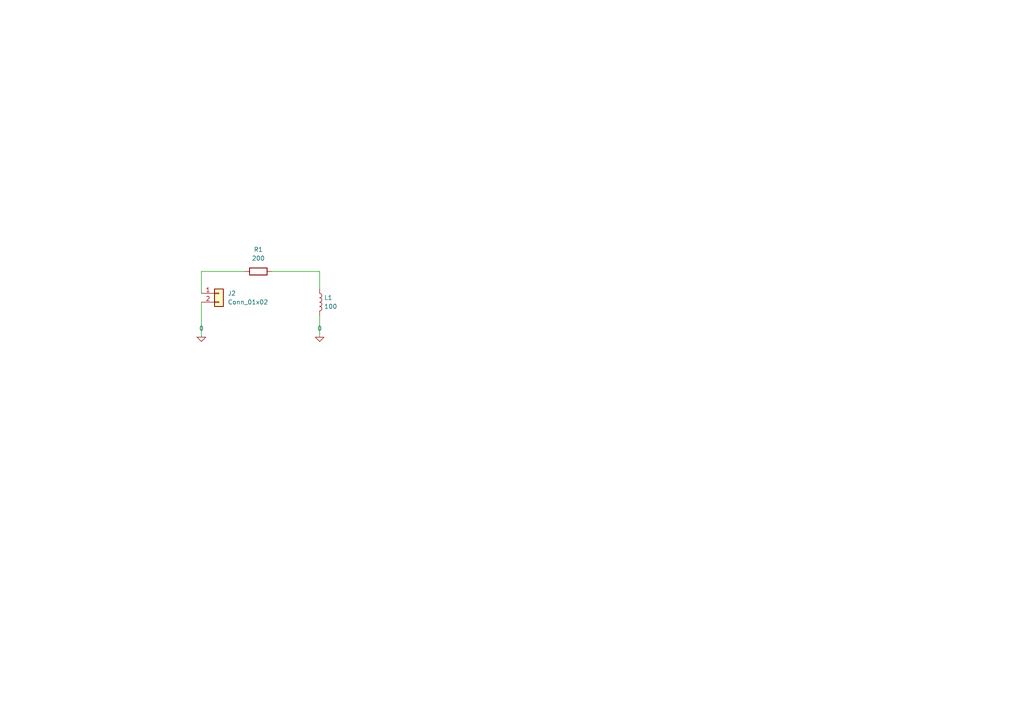
<source format=kicad_sch>
(kicad_sch
	(version 20231120)
	(generator "eeschema")
	(generator_version "8.0")
	(uuid "1cfbf174-8ac0-4cd9-a366-8fa88f13186c")
	(paper "A4")
	(lib_symbols
		(symbol "Connector_Generic:Conn_01x02"
			(pin_names
				(offset 1.016) hide)
			(exclude_from_sim no)
			(in_bom yes)
			(on_board yes)
			(property "Reference" "J"
				(at 0 2.54 0)
				(effects
					(font
						(size 1.27 1.27)
					)
				)
			)
			(property "Value" "Conn_01x02"
				(at 0 -5.08 0)
				(effects
					(font
						(size 1.27 1.27)
					)
				)
			)
			(property "Footprint" ""
				(at 0 0 0)
				(effects
					(font
						(size 1.27 1.27)
					)
					(hide yes)
				)
			)
			(property "Datasheet" "~"
				(at 0 0 0)
				(effects
					(font
						(size 1.27 1.27)
					)
					(hide yes)
				)
			)
			(property "Description" "Generic connector, single row, 01x02, script generated (kicad-library-utils/schlib/autogen/connector/)"
				(at 0 0 0)
				(effects
					(font
						(size 1.27 1.27)
					)
					(hide yes)
				)
			)
			(property "ki_keywords" "connector"
				(at 0 0 0)
				(effects
					(font
						(size 1.27 1.27)
					)
					(hide yes)
				)
			)
			(property "ki_fp_filters" "Connector*:*_1x??_*"
				(at 0 0 0)
				(effects
					(font
						(size 1.27 1.27)
					)
					(hide yes)
				)
			)
			(symbol "Conn_01x02_1_1"
				(rectangle
					(start -1.27 -2.413)
					(end 0 -2.667)
					(stroke
						(width 0.1524)
						(type default)
					)
					(fill
						(type none)
					)
				)
				(rectangle
					(start -1.27 0.127)
					(end 0 -0.127)
					(stroke
						(width 0.1524)
						(type default)
					)
					(fill
						(type none)
					)
				)
				(rectangle
					(start -1.27 1.27)
					(end 1.27 -3.81)
					(stroke
						(width 0.254)
						(type default)
					)
					(fill
						(type background)
					)
				)
				(pin passive line
					(at -5.08 0 0)
					(length 3.81)
					(name "Pin_1"
						(effects
							(font
								(size 1.27 1.27)
							)
						)
					)
					(number "1"
						(effects
							(font
								(size 1.27 1.27)
							)
						)
					)
				)
				(pin passive line
					(at -5.08 -2.54 0)
					(length 3.81)
					(name "Pin_2"
						(effects
							(font
								(size 1.27 1.27)
							)
						)
					)
					(number "2"
						(effects
							(font
								(size 1.27 1.27)
							)
						)
					)
				)
			)
		)
		(symbol "Device:L"
			(pin_numbers hide)
			(pin_names
				(offset 1.016) hide)
			(exclude_from_sim no)
			(in_bom yes)
			(on_board yes)
			(property "Reference" "L"
				(at -1.27 0 90)
				(effects
					(font
						(size 1.27 1.27)
					)
				)
			)
			(property "Value" "L"
				(at 1.905 0 90)
				(effects
					(font
						(size 1.27 1.27)
					)
				)
			)
			(property "Footprint" ""
				(at 0 0 0)
				(effects
					(font
						(size 1.27 1.27)
					)
					(hide yes)
				)
			)
			(property "Datasheet" "~"
				(at 0 0 0)
				(effects
					(font
						(size 1.27 1.27)
					)
					(hide yes)
				)
			)
			(property "Description" "Inductor"
				(at 0 0 0)
				(effects
					(font
						(size 1.27 1.27)
					)
					(hide yes)
				)
			)
			(property "ki_keywords" "inductor choke coil reactor magnetic"
				(at 0 0 0)
				(effects
					(font
						(size 1.27 1.27)
					)
					(hide yes)
				)
			)
			(property "ki_fp_filters" "Choke_* *Coil* Inductor_* L_*"
				(at 0 0 0)
				(effects
					(font
						(size 1.27 1.27)
					)
					(hide yes)
				)
			)
			(symbol "L_0_1"
				(arc
					(start 0 -2.54)
					(mid 0.6323 -1.905)
					(end 0 -1.27)
					(stroke
						(width 0)
						(type default)
					)
					(fill
						(type none)
					)
				)
				(arc
					(start 0 -1.27)
					(mid 0.6323 -0.635)
					(end 0 0)
					(stroke
						(width 0)
						(type default)
					)
					(fill
						(type none)
					)
				)
				(arc
					(start 0 0)
					(mid 0.6323 0.635)
					(end 0 1.27)
					(stroke
						(width 0)
						(type default)
					)
					(fill
						(type none)
					)
				)
				(arc
					(start 0 1.27)
					(mid 0.6323 1.905)
					(end 0 2.54)
					(stroke
						(width 0)
						(type default)
					)
					(fill
						(type none)
					)
				)
			)
			(symbol "L_1_1"
				(pin passive line
					(at 0 3.81 270)
					(length 1.27)
					(name "1"
						(effects
							(font
								(size 1.27 1.27)
							)
						)
					)
					(number "1"
						(effects
							(font
								(size 1.27 1.27)
							)
						)
					)
				)
				(pin passive line
					(at 0 -3.81 90)
					(length 1.27)
					(name "2"
						(effects
							(font
								(size 1.27 1.27)
							)
						)
					)
					(number "2"
						(effects
							(font
								(size 1.27 1.27)
							)
						)
					)
				)
			)
		)
		(symbol "Device:R"
			(pin_numbers hide)
			(pin_names
				(offset 0)
			)
			(exclude_from_sim no)
			(in_bom yes)
			(on_board yes)
			(property "Reference" "R"
				(at 2.032 0 90)
				(effects
					(font
						(size 1.27 1.27)
					)
				)
			)
			(property "Value" "R"
				(at 0 0 90)
				(effects
					(font
						(size 1.27 1.27)
					)
				)
			)
			(property "Footprint" ""
				(at -1.778 0 90)
				(effects
					(font
						(size 1.27 1.27)
					)
					(hide yes)
				)
			)
			(property "Datasheet" "~"
				(at 0 0 0)
				(effects
					(font
						(size 1.27 1.27)
					)
					(hide yes)
				)
			)
			(property "Description" "Resistor"
				(at 0 0 0)
				(effects
					(font
						(size 1.27 1.27)
					)
					(hide yes)
				)
			)
			(property "ki_keywords" "R res resistor"
				(at 0 0 0)
				(effects
					(font
						(size 1.27 1.27)
					)
					(hide yes)
				)
			)
			(property "ki_fp_filters" "R_*"
				(at 0 0 0)
				(effects
					(font
						(size 1.27 1.27)
					)
					(hide yes)
				)
			)
			(symbol "R_0_1"
				(rectangle
					(start -1.016 -2.54)
					(end 1.016 2.54)
					(stroke
						(width 0.254)
						(type default)
					)
					(fill
						(type none)
					)
				)
			)
			(symbol "R_1_1"
				(pin passive line
					(at 0 3.81 270)
					(length 1.27)
					(name "~"
						(effects
							(font
								(size 1.27 1.27)
							)
						)
					)
					(number "1"
						(effects
							(font
								(size 1.27 1.27)
							)
						)
					)
				)
				(pin passive line
					(at 0 -3.81 90)
					(length 1.27)
					(name "~"
						(effects
							(font
								(size 1.27 1.27)
							)
						)
					)
					(number "2"
						(effects
							(font
								(size 1.27 1.27)
							)
						)
					)
				)
			)
		)
		(symbol "Simulation_SPICE:0"
			(power)
			(pin_names
				(offset 0)
			)
			(exclude_from_sim no)
			(in_bom yes)
			(on_board yes)
			(property "Reference" "#GND"
				(at 0 -2.54 0)
				(effects
					(font
						(size 1.27 1.27)
					)
					(hide yes)
				)
			)
			(property "Value" "0"
				(at 0 -1.778 0)
				(effects
					(font
						(size 1.27 1.27)
					)
				)
			)
			(property "Footprint" ""
				(at 0 0 0)
				(effects
					(font
						(size 1.27 1.27)
					)
					(hide yes)
				)
			)
			(property "Datasheet" "~"
				(at 0 0 0)
				(effects
					(font
						(size 1.27 1.27)
					)
					(hide yes)
				)
			)
			(property "Description" "0V reference potential for simulation"
				(at 0 0 0)
				(effects
					(font
						(size 1.27 1.27)
					)
					(hide yes)
				)
			)
			(property "ki_keywords" "simulation"
				(at 0 0 0)
				(effects
					(font
						(size 1.27 1.27)
					)
					(hide yes)
				)
			)
			(symbol "0_0_1"
				(polyline
					(pts
						(xy -1.27 0) (xy 0 -1.27) (xy 1.27 0) (xy -1.27 0)
					)
					(stroke
						(width 0)
						(type default)
					)
					(fill
						(type none)
					)
				)
			)
			(symbol "0_1_1"
				(pin power_in line
					(at 0 0 0)
					(length 0) hide
					(name "0"
						(effects
							(font
								(size 1.016 1.016)
							)
						)
					)
					(number "1"
						(effects
							(font
								(size 1.016 1.016)
							)
						)
					)
				)
			)
		)
	)
	(wire
		(pts
			(xy 92.71 91.44) (xy 92.71 97.79)
		)
		(stroke
			(width 0)
			(type default)
		)
		(uuid "32b333b7-6ead-4d44-96be-6ef396b34f71")
	)
	(wire
		(pts
			(xy 58.42 87.63) (xy 58.42 97.79)
		)
		(stroke
			(width 0)
			(type default)
		)
		(uuid "364d8925-a5e6-4cf3-a7a2-5a8569cfe77c")
	)
	(wire
		(pts
			(xy 58.42 78.74) (xy 71.12 78.74)
		)
		(stroke
			(width 0)
			(type default)
		)
		(uuid "510dea62-a21d-4977-abb2-e2170bbea51a")
	)
	(wire
		(pts
			(xy 58.42 85.09) (xy 58.42 78.74)
		)
		(stroke
			(width 0)
			(type default)
		)
		(uuid "ae274bdb-c54d-406c-8879-98b0d9415844")
	)
	(wire
		(pts
			(xy 92.71 78.74) (xy 92.71 83.82)
		)
		(stroke
			(width 0)
			(type default)
		)
		(uuid "f2c54fb7-7bfc-470e-9479-437ac2a9628b")
	)
	(wire
		(pts
			(xy 78.74 78.74) (xy 92.71 78.74)
		)
		(stroke
			(width 0)
			(type default)
		)
		(uuid "f987f31e-952b-49b7-b12c-7d6300a0566c")
	)
	(symbol
		(lib_id "Device:L")
		(at 92.71 87.63 0)
		(unit 1)
		(exclude_from_sim no)
		(in_bom yes)
		(on_board yes)
		(dnp no)
		(fields_autoplaced yes)
		(uuid "311c237d-7d54-4389-9b68-cc248dc74b07")
		(property "Reference" "L1"
			(at 93.98 86.36 0)
			(effects
				(font
					(size 1.27 1.27)
				)
				(justify left)
			)
		)
		(property "Value" "100"
			(at 93.98 88.9 0)
			(effects
				(font
					(size 1.27 1.27)
				)
				(justify left)
			)
		)
		(property "Footprint" ""
			(at 92.71 87.63 0)
			(effects
				(font
					(size 1.27 1.27)
				)
				(hide yes)
			)
		)
		(property "Datasheet" "~"
			(at 92.71 87.63 0)
			(effects
				(font
					(size 1.27 1.27)
				)
				(hide yes)
			)
		)
		(property "Description" ""
			(at 92.71 87.63 0)
			(effects
				(font
					(size 1.27 1.27)
				)
				(hide yes)
			)
		)
		(pin "1"
			(uuid "1d10811a-5c00-40b3-9675-6f27a9b5b5b0")
		)
		(pin "2"
			(uuid "b83e00e5-4847-4049-8aab-690cdf687a76")
		)
		(instances
			(project "SimulateurRL"
				(path "/1cfbf174-8ac0-4cd9-a366-8fa88f13186c"
					(reference "L1")
					(unit 1)
				)
			)
		)
	)
	(symbol
		(lib_id "Simulation_SPICE:0")
		(at 92.71 97.79 0)
		(unit 1)
		(exclude_from_sim no)
		(in_bom yes)
		(on_board yes)
		(dnp no)
		(fields_autoplaced yes)
		(uuid "489e376c-f27c-4b42-96da-c2341137dd8c")
		(property "Reference" "#GND02"
			(at 92.71 100.33 0)
			(effects
				(font
					(size 1.27 1.27)
				)
				(hide yes)
			)
		)
		(property "Value" "0"
			(at 92.71 95.25 0)
			(effects
				(font
					(size 1.27 1.27)
				)
			)
		)
		(property "Footprint" ""
			(at 92.71 97.79 0)
			(effects
				(font
					(size 1.27 1.27)
				)
				(hide yes)
			)
		)
		(property "Datasheet" "~"
			(at 92.71 97.79 0)
			(effects
				(font
					(size 1.27 1.27)
				)
				(hide yes)
			)
		)
		(property "Description" ""
			(at 92.71 97.79 0)
			(effects
				(font
					(size 1.27 1.27)
				)
				(hide yes)
			)
		)
		(pin "1"
			(uuid "b926a5e2-4371-490e-a483-3194bc43b761")
		)
		(instances
			(project "SimulateurRL"
				(path "/1cfbf174-8ac0-4cd9-a366-8fa88f13186c"
					(reference "#GND02")
					(unit 1)
				)
			)
		)
	)
	(symbol
		(lib_id "Connector_Generic:Conn_01x02")
		(at 63.5 85.09 0)
		(unit 1)
		(exclude_from_sim no)
		(in_bom yes)
		(on_board yes)
		(dnp no)
		(fields_autoplaced yes)
		(uuid "52784941-29ab-4631-9471-290cbe199cd7")
		(property "Reference" "J2"
			(at 66.04 85.09 0)
			(effects
				(font
					(size 1.27 1.27)
				)
				(justify left)
			)
		)
		(property "Value" "Conn_01x02"
			(at 66.04 87.63 0)
			(effects
				(font
					(size 1.27 1.27)
				)
				(justify left)
			)
		)
		(property "Footprint" ""
			(at 63.5 85.09 0)
			(effects
				(font
					(size 1.27 1.27)
				)
				(hide yes)
			)
		)
		(property "Datasheet" "~"
			(at 63.5 85.09 0)
			(effects
				(font
					(size 1.27 1.27)
				)
				(hide yes)
			)
		)
		(property "Description" ""
			(at 63.5 85.09 0)
			(effects
				(font
					(size 1.27 1.27)
				)
				(hide yes)
			)
		)
		(property "Sim.Device" "V"
			(at 63.5 85.09 0)
			(effects
				(font
					(size 1.27 1.27)
				)
				(hide yes)
			)
		)
		(property "Sim.Type" "PULSE"
			(at 63.5 85.09 0)
			(effects
				(font
					(size 1.27 1.27)
				)
				(hide yes)
			)
		)
		(property "Sim.Pins" "1=+ 2=-"
			(at 63.5 85.09 0)
			(effects
				(font
					(size 1.27 1.27)
				)
				(hide yes)
			)
		)
		(property "Sim.Params" "y1=0 y2=5 td=0 tr=0 tf=0 tw=5 per=10"
			(at 63.5 85.09 0)
			(effects
				(font
					(size 1.27 1.27)
				)
				(hide yes)
			)
		)
		(pin "2"
			(uuid "6b95e213-ea13-4b17-af21-3503013dd5c3")
		)
		(pin "1"
			(uuid "8e8177dc-7ada-4619-be81-6494b103cb1d")
		)
		(instances
			(project "SimulateurRL"
				(path "/1cfbf174-8ac0-4cd9-a366-8fa88f13186c"
					(reference "J2")
					(unit 1)
				)
			)
		)
	)
	(symbol
		(lib_id "Device:R")
		(at 74.93 78.74 270)
		(unit 1)
		(exclude_from_sim no)
		(in_bom yes)
		(on_board yes)
		(dnp no)
		(fields_autoplaced yes)
		(uuid "c166aff7-f188-43ec-ba20-e8072e5037f6")
		(property "Reference" "R1"
			(at 74.93 72.39 90)
			(effects
				(font
					(size 1.27 1.27)
				)
			)
		)
		(property "Value" "200"
			(at 74.93 74.93 90)
			(effects
				(font
					(size 1.27 1.27)
				)
			)
		)
		(property "Footprint" ""
			(at 74.93 76.962 90)
			(effects
				(font
					(size 1.27 1.27)
				)
				(hide yes)
			)
		)
		(property "Datasheet" "~"
			(at 74.93 78.74 0)
			(effects
				(font
					(size 1.27 1.27)
				)
				(hide yes)
			)
		)
		(property "Description" ""
			(at 74.93 78.74 0)
			(effects
				(font
					(size 1.27 1.27)
				)
				(hide yes)
			)
		)
		(pin "1"
			(uuid "2c64abfb-37d1-4d7b-aed2-a499b015194a")
		)
		(pin "2"
			(uuid "d7e85666-6a4f-43e0-997d-9c6234ff8790")
		)
		(instances
			(project "SimulateurRL"
				(path "/1cfbf174-8ac0-4cd9-a366-8fa88f13186c"
					(reference "R1")
					(unit 1)
				)
			)
		)
	)
	(symbol
		(lib_id "Simulation_SPICE:0")
		(at 58.42 97.79 0)
		(unit 1)
		(exclude_from_sim no)
		(in_bom yes)
		(on_board yes)
		(dnp no)
		(fields_autoplaced yes)
		(uuid "f70afca4-5a24-4ec4-b179-8fe871c8c236")
		(property "Reference" "#GND01"
			(at 58.42 100.33 0)
			(effects
				(font
					(size 1.27 1.27)
				)
				(hide yes)
			)
		)
		(property "Value" "0"
			(at 58.42 95.25 0)
			(effects
				(font
					(size 1.27 1.27)
				)
			)
		)
		(property "Footprint" ""
			(at 58.42 97.79 0)
			(effects
				(font
					(size 1.27 1.27)
				)
				(hide yes)
			)
		)
		(property "Datasheet" "~"
			(at 58.42 97.79 0)
			(effects
				(font
					(size 1.27 1.27)
				)
				(hide yes)
			)
		)
		(property "Description" ""
			(at 58.42 97.79 0)
			(effects
				(font
					(size 1.27 1.27)
				)
				(hide yes)
			)
		)
		(pin "1"
			(uuid "1f3db7be-52a4-478a-a547-14d2a90e2883")
		)
		(instances
			(project "SimulateurRL"
				(path "/1cfbf174-8ac0-4cd9-a366-8fa88f13186c"
					(reference "#GND01")
					(unit 1)
				)
			)
		)
	)
	(sheet_instances
		(path "/"
			(page "1")
		)
	)
)

</source>
